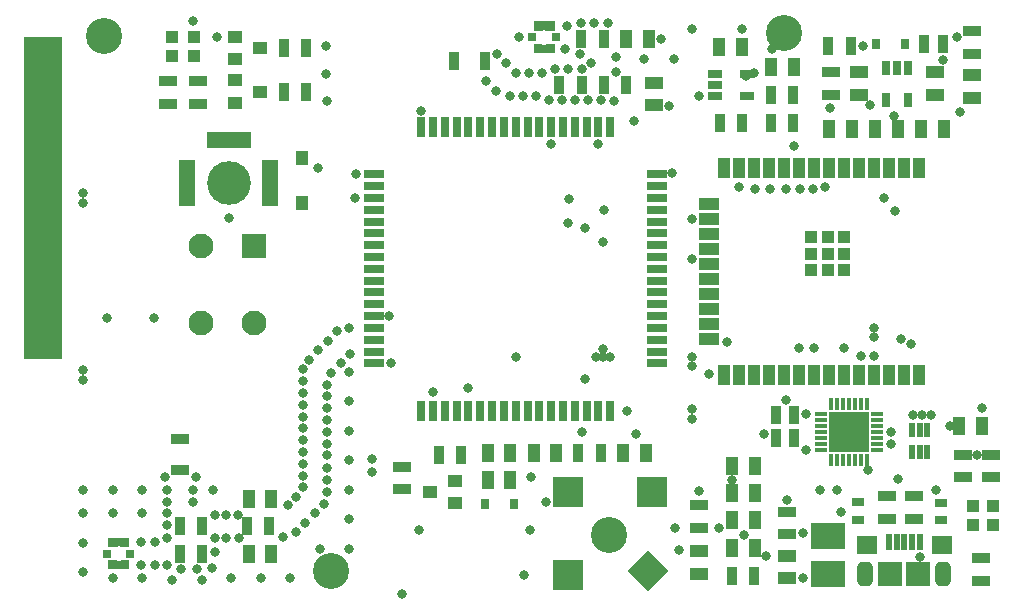
<source format=gts>
G04*
G04 #@! TF.GenerationSoftware,Altium Limited,Altium Designer,22.0.2 (36)*
G04*
G04 Layer_Color=8388736*
%FSLAX44Y44*%
%MOMM*%
G71*
G04*
G04 #@! TF.SameCoordinates,5265F303-A955-4834-83B4-5BE1E65ADB8C*
G04*
G04*
G04 #@! TF.FilePolarity,Negative*
G04*
G01*
G75*
%ADD20O,2.3000X0.6000*%
%ADD35R,1.5000X0.9000*%
%ADD51R,0.8200X1.5600*%
%ADD52R,1.5600X0.8200*%
%ADD53R,0.7000X0.7000*%
%ADD54R,0.7500X0.8000*%
%ADD55R,0.9000X1.5000*%
%ADD56R,1.1000X1.5000*%
%ADD57R,2.5000X2.5000*%
%ADD58R,2.5000X2.5000*%
%ADD59P,3.5355X4X180.0*%
%ADD60R,1.0000X1.2000*%
%ADD61R,3.8000X1.4000*%
%ADD62R,1.4000X4.0000*%
%ADD63C,3.7000*%
%ADD64R,1.5000X1.1000*%
%ADD65R,1.0000X1.0000*%
%ADD66R,1.2000X1.0500*%
%ADD67R,1.1000X1.7000*%
%ADD68R,1.7000X1.1000*%
%ADD69R,1.1000X1.1000*%
%ADD70R,0.5000X1.4500*%
%ADD71R,1.8000X1.6000*%
%ADD72R,2.1000X2.1000*%
%ADD73R,1.8000X0.8000*%
%ADD74R,0.8000X1.8000*%
%ADD75R,2.9000X2.2000*%
%ADD76C,3.0480*%
%ADD77R,0.7500X1.2000*%
%ADD78R,1.2000X0.7500*%
%ADD79R,0.3700X1.0900*%
%ADD80R,1.0900X0.3700*%
%ADD81R,3.3500X3.3500*%
%ADD82R,0.5000X1.1900*%
%ADD83R,0.7588X0.8858*%
%ADD84R,1.1000X0.8000*%
G04:AMPARAMS|DCode=85|XSize=2.1mm|YSize=1.3mm|CornerRadius=0.41mm|HoleSize=0mm|Usage=FLASHONLY|Rotation=90.000|XOffset=0mm|YOffset=0mm|HoleType=Round|Shape=RoundedRectangle|*
%AMROUNDEDRECTD85*
21,1,2.1000,0.4800,0,0,90.0*
21,1,1.2800,1.3000,0,0,90.0*
1,1,0.8200,0.2400,0.6400*
1,1,0.8200,0.2400,-0.6400*
1,1,0.8200,-0.2400,-0.6400*
1,1,0.8200,-0.2400,0.6400*
%
%ADD85ROUNDEDRECTD85*%
%ADD86C,2.1000*%
%ADD87R,2.1000X2.1000*%
%ADD88C,0.8000*%
G36*
X88500Y75300D02*
X89100Y74500D01*
X90900D01*
X91500Y75300D01*
X98900D01*
Y67500D01*
X81100D01*
Y75300D01*
X88500D01*
D02*
G37*
G36*
X98900Y94500D02*
Y86700D01*
X91500D01*
X90900Y87500D01*
X89100D01*
X88500Y86700D01*
X81100D01*
Y94500D01*
X98900D01*
D02*
G37*
G36*
X42000Y518500D02*
Y245500D01*
X10000D01*
Y518500D01*
X42000D01*
D02*
G37*
G36*
X448500Y512300D02*
X449100Y511500D01*
X450900D01*
X451500Y512300D01*
X458900D01*
Y504500D01*
X441100D01*
Y512300D01*
X448500D01*
D02*
G37*
G36*
X458900Y531500D02*
Y523700D01*
X451500D01*
X450900Y524500D01*
X449100D01*
X448500Y523700D01*
X441100D01*
Y531500D01*
X458900D01*
D02*
G37*
D20*
X24000Y404000D02*
D03*
Y388000D02*
D03*
Y380000D02*
D03*
Y372000D02*
D03*
Y396000D02*
D03*
Y500000D02*
D03*
Y444000D02*
D03*
Y452000D02*
D03*
Y460000D02*
D03*
Y468000D02*
D03*
Y476000D02*
D03*
Y484000D02*
D03*
Y492000D02*
D03*
Y364000D02*
D03*
Y356000D02*
D03*
Y348000D02*
D03*
Y292000D02*
D03*
Y300000D02*
D03*
Y308000D02*
D03*
Y316000D02*
D03*
Y276000D02*
D03*
Y284000D02*
D03*
Y332000D02*
D03*
Y340000D02*
D03*
Y324000D02*
D03*
Y268000D02*
D03*
D35*
X157000Y462000D02*
D03*
Y481000D02*
D03*
X132000Y462000D02*
D03*
Y481000D02*
D03*
X581000Y103000D02*
D03*
Y122000D02*
D03*
X812000Y523000D02*
D03*
Y504000D02*
D03*
X330000Y154500D02*
D03*
Y135500D02*
D03*
X693000Y488500D02*
D03*
Y469500D02*
D03*
X805000Y145500D02*
D03*
Y164500D02*
D03*
X828000Y145500D02*
D03*
Y164500D02*
D03*
X740000Y110500D02*
D03*
Y129500D02*
D03*
X763000Y110500D02*
D03*
Y129500D02*
D03*
X820000Y77000D02*
D03*
Y58000D02*
D03*
X656000Y97500D02*
D03*
Y116500D02*
D03*
D51*
X399900Y498000D02*
D03*
X374100D02*
D03*
D52*
X142000Y177900D02*
D03*
Y152100D02*
D03*
D53*
X440000Y518000D02*
D03*
X80000Y81000D02*
D03*
D54*
X459750Y518000D02*
D03*
X99750Y81000D02*
D03*
D55*
X141500D02*
D03*
X160500D02*
D03*
X198500Y104000D02*
D03*
X217500D02*
D03*
X141500D02*
D03*
X160500D02*
D03*
X482000Y478000D02*
D03*
X463000D02*
D03*
X500500Y517000D02*
D03*
X481500D02*
D03*
X519500Y478000D02*
D03*
X500500D02*
D03*
X248500Y509000D02*
D03*
X229500D02*
D03*
X248500Y472000D02*
D03*
X229500D02*
D03*
X646000Y198000D02*
D03*
X662000D02*
D03*
X646000Y179000D02*
D03*
X662000D02*
D03*
X788000Y512000D02*
D03*
X772000D02*
D03*
X361000Y164000D02*
D03*
X380000D02*
D03*
X479000Y166000D02*
D03*
X498000D02*
D03*
X690500Y511000D02*
D03*
X709500D02*
D03*
X661000Y469500D02*
D03*
X642000D02*
D03*
X618000Y445500D02*
D03*
X599000D02*
D03*
X661000D02*
D03*
X642000D02*
D03*
X628000Y62000D02*
D03*
X609000D02*
D03*
D56*
X219000Y127000D02*
D03*
X200000D02*
D03*
X219000Y81000D02*
D03*
X200000D02*
D03*
X519500Y517000D02*
D03*
X538500D02*
D03*
X749500Y440500D02*
D03*
X730500D02*
D03*
X691500D02*
D03*
X710500D02*
D03*
X820500Y189000D02*
D03*
X801500D02*
D03*
X402500Y166000D02*
D03*
X421500D02*
D03*
X402500Y143000D02*
D03*
X421500D02*
D03*
X460500Y166000D02*
D03*
X441500D02*
D03*
X536000D02*
D03*
X517000D02*
D03*
X661500Y492500D02*
D03*
X642500D02*
D03*
X598500Y509500D02*
D03*
X617500D02*
D03*
X609500Y86000D02*
D03*
X628500D02*
D03*
X609500Y132000D02*
D03*
X628500D02*
D03*
X609500Y155000D02*
D03*
X628500D02*
D03*
X788500Y440500D02*
D03*
X769500D02*
D03*
X609500Y109000D02*
D03*
X628500D02*
D03*
D57*
X470500Y62500D02*
D03*
D58*
X541500Y133500D02*
D03*
X470500D02*
D03*
D59*
X538000Y66000D02*
D03*
D60*
X245000Y416000D02*
D03*
Y378000D02*
D03*
D61*
X183000Y431500D02*
D03*
D62*
X218000Y395000D02*
D03*
X148000D02*
D03*
D63*
X183000Y395000D02*
D03*
D64*
X543000Y479500D02*
D03*
Y460500D02*
D03*
X812000Y467000D02*
D03*
Y486000D02*
D03*
X781000Y488500D02*
D03*
Y469500D02*
D03*
X717000Y488500D02*
D03*
Y469500D02*
D03*
X656000Y60000D02*
D03*
Y79000D02*
D03*
X581000Y83000D02*
D03*
Y64000D02*
D03*
D65*
X154000Y502000D02*
D03*
Y518000D02*
D03*
X135000Y502000D02*
D03*
Y518000D02*
D03*
X813000Y121000D02*
D03*
Y105000D02*
D03*
X830000Y121000D02*
D03*
Y105000D02*
D03*
D66*
X188500Y499500D02*
D03*
Y518500D02*
D03*
X209500Y509000D02*
D03*
X188500Y462500D02*
D03*
Y481500D02*
D03*
X209500Y472000D02*
D03*
X374500Y142500D02*
D03*
Y123500D02*
D03*
X353500Y133000D02*
D03*
D67*
X767200Y407500D02*
D03*
X754500D02*
D03*
X741800D02*
D03*
X729100D02*
D03*
X716400D02*
D03*
X703700D02*
D03*
X691000D02*
D03*
X678300D02*
D03*
X665600D02*
D03*
X652900D02*
D03*
X640200D02*
D03*
X627500D02*
D03*
X614800D02*
D03*
X602100D02*
D03*
Y232500D02*
D03*
X614800D02*
D03*
X627500D02*
D03*
X640200D02*
D03*
X652900D02*
D03*
X665600D02*
D03*
X678300D02*
D03*
X691000D02*
D03*
X703700D02*
D03*
X716400D02*
D03*
X729100D02*
D03*
X741800D02*
D03*
X754500D02*
D03*
X767200D02*
D03*
D68*
X589600Y377150D02*
D03*
Y364450D02*
D03*
Y351750D02*
D03*
Y339050D02*
D03*
Y326350D02*
D03*
Y313650D02*
D03*
Y300950D02*
D03*
Y288250D02*
D03*
Y275550D02*
D03*
Y262850D02*
D03*
D69*
X704000Y349000D02*
D03*
Y335000D02*
D03*
Y321000D02*
D03*
X690000Y349000D02*
D03*
Y335000D02*
D03*
Y321000D02*
D03*
X676000Y349000D02*
D03*
Y335000D02*
D03*
Y321000D02*
D03*
D70*
X742000Y90750D02*
D03*
X748500D02*
D03*
X755000D02*
D03*
X761500D02*
D03*
X768000D02*
D03*
D71*
X787000Y88500D02*
D03*
X723000D02*
D03*
D72*
X743000Y64000D02*
D03*
X767000D02*
D03*
D73*
X306000Y242000D02*
D03*
Y252000D02*
D03*
Y262000D02*
D03*
Y272000D02*
D03*
Y282000D02*
D03*
Y292000D02*
D03*
Y302000D02*
D03*
Y312000D02*
D03*
Y322000D02*
D03*
Y332000D02*
D03*
Y342000D02*
D03*
Y352000D02*
D03*
Y362000D02*
D03*
Y372000D02*
D03*
Y382000D02*
D03*
Y392000D02*
D03*
Y402000D02*
D03*
X546000D02*
D03*
Y392000D02*
D03*
Y382000D02*
D03*
Y372000D02*
D03*
Y362000D02*
D03*
Y352000D02*
D03*
Y342000D02*
D03*
Y332000D02*
D03*
Y322000D02*
D03*
Y312000D02*
D03*
Y302000D02*
D03*
Y292000D02*
D03*
Y282000D02*
D03*
Y272000D02*
D03*
Y262000D02*
D03*
Y252000D02*
D03*
Y242000D02*
D03*
D74*
X346000Y442000D02*
D03*
X356000D02*
D03*
X366000D02*
D03*
X376000D02*
D03*
X386000D02*
D03*
X396000D02*
D03*
X406000D02*
D03*
X416000D02*
D03*
X426000D02*
D03*
X436000D02*
D03*
X446000D02*
D03*
X456000D02*
D03*
X466000D02*
D03*
X476000D02*
D03*
X486000D02*
D03*
X496000D02*
D03*
X506000D02*
D03*
Y202000D02*
D03*
X496000D02*
D03*
X486000D02*
D03*
X476000D02*
D03*
X466000D02*
D03*
X456000D02*
D03*
X446000D02*
D03*
X436000D02*
D03*
X426000D02*
D03*
X416000D02*
D03*
X406000D02*
D03*
X396000D02*
D03*
X386000D02*
D03*
X376000D02*
D03*
X366000D02*
D03*
X356000D02*
D03*
X346000D02*
D03*
D75*
X690000Y64000D02*
D03*
Y96000D02*
D03*
D76*
X77000Y519000D02*
D03*
X270000Y66000D02*
D03*
X653000Y522000D02*
D03*
X505000Y97000D02*
D03*
D77*
X739500Y465000D02*
D03*
X758500D02*
D03*
X739500Y492000D02*
D03*
X749000D02*
D03*
X758500D02*
D03*
D78*
X621500Y468000D02*
D03*
Y487000D02*
D03*
X594500Y468000D02*
D03*
Y477500D02*
D03*
Y487000D02*
D03*
D79*
X693000Y160400D02*
D03*
X698000D02*
D03*
X703000D02*
D03*
X708000D02*
D03*
X713000D02*
D03*
X718000D02*
D03*
X723000D02*
D03*
Y207600D02*
D03*
X718000D02*
D03*
X713000D02*
D03*
X708000D02*
D03*
X703000D02*
D03*
X698000D02*
D03*
X693000D02*
D03*
D80*
X731600Y169000D02*
D03*
Y174000D02*
D03*
Y179000D02*
D03*
Y184000D02*
D03*
Y189000D02*
D03*
Y194000D02*
D03*
Y199000D02*
D03*
X684400D02*
D03*
Y194000D02*
D03*
Y189000D02*
D03*
Y184000D02*
D03*
Y179000D02*
D03*
Y174000D02*
D03*
Y169000D02*
D03*
D81*
X708000Y184000D02*
D03*
D82*
X761500Y185200D02*
D03*
X768000D02*
D03*
X774500D02*
D03*
Y166800D02*
D03*
X768000D02*
D03*
X761500D02*
D03*
D83*
X731000Y512000D02*
D03*
X755384D02*
D03*
X424192Y123000D02*
D03*
X399808D02*
D03*
D84*
X786000Y109000D02*
D03*
Y124000D02*
D03*
X716000Y109500D02*
D03*
Y124500D02*
D03*
D85*
X788000Y64000D02*
D03*
X722000D02*
D03*
D86*
X204500Y276500D02*
D03*
X159500D02*
D03*
Y341500D02*
D03*
D87*
X204500D02*
D03*
D88*
X426000Y247000D02*
D03*
X684000Y135000D02*
D03*
X750000Y144000D02*
D03*
X677832Y389761D02*
D03*
X688239Y391168D02*
D03*
X667000Y390000D02*
D03*
X655000D02*
D03*
X641000D02*
D03*
X629000D02*
D03*
X672000Y169000D02*
D03*
Y199000D02*
D03*
X744000Y174000D02*
D03*
Y184000D02*
D03*
X575000Y364000D02*
D03*
X480000Y504000D02*
D03*
X459000Y491000D02*
D03*
X470000D02*
D03*
X482000D02*
D03*
X669000Y98000D02*
D03*
X636000Y182000D02*
D03*
X669000Y60000D02*
D03*
X528000Y182000D02*
D03*
X143000Y68000D02*
D03*
X575000Y525000D02*
D03*
X560000Y500000D02*
D03*
X535000D02*
D03*
X120000Y280000D02*
D03*
X80000D02*
D03*
X285000Y235000D02*
D03*
Y210000D02*
D03*
Y185000D02*
D03*
Y160000D02*
D03*
Y135000D02*
D03*
Y110000D02*
D03*
Y85000D02*
D03*
X260000D02*
D03*
X235000Y60000D02*
D03*
X170000Y135000D02*
D03*
X60000D02*
D03*
X110000D02*
D03*
X85000D02*
D03*
X210000Y60000D02*
D03*
X185000D02*
D03*
X160000Y59000D02*
D03*
X135000D02*
D03*
X110000Y60000D02*
D03*
X85000D02*
D03*
X60000Y65000D02*
D03*
Y90000D02*
D03*
Y115000D02*
D03*
X85000D02*
D03*
X110000D02*
D03*
X504000Y530000D02*
D03*
X492000D02*
D03*
X481000D02*
D03*
X469000Y528000D02*
D03*
X511000Y501000D02*
D03*
Y489000D02*
D03*
X468000Y508000D02*
D03*
X490000Y496000D02*
D03*
X448000Y488000D02*
D03*
X437000D02*
D03*
X426000D02*
D03*
X418000Y496000D02*
D03*
X410000Y504000D02*
D03*
X401000Y481000D02*
D03*
X409000Y473000D02*
D03*
X421000Y468000D02*
D03*
X432000D02*
D03*
X443000D02*
D03*
X454000Y465000D02*
D03*
X465000D02*
D03*
X476000D02*
D03*
X487000D02*
D03*
X498000D02*
D03*
X509000Y464000D02*
D03*
X526000Y447000D02*
D03*
X171000Y82000D02*
D03*
X169000Y69000D02*
D03*
X156000Y68000D02*
D03*
X131000Y71000D02*
D03*
X121000D02*
D03*
X109000D02*
D03*
Y91000D02*
D03*
X121000D02*
D03*
X131000Y94000D02*
D03*
Y105000D02*
D03*
Y115000D02*
D03*
Y125000D02*
D03*
Y135000D02*
D03*
X129000Y146000D02*
D03*
X153000Y125000D02*
D03*
Y135000D02*
D03*
X155000Y146000D02*
D03*
X181000Y114000D02*
D03*
X191000D02*
D03*
X171000D02*
D03*
Y94000D02*
D03*
X181000D02*
D03*
X191490Y93840D02*
D03*
X229000Y95000D02*
D03*
X240000Y99000D02*
D03*
X248000Y107000D02*
D03*
X256000Y115000D02*
D03*
X264000Y123000D02*
D03*
X266000Y133000D02*
D03*
Y143000D02*
D03*
Y153000D02*
D03*
Y164000D02*
D03*
Y174000D02*
D03*
Y184000D02*
D03*
Y194000D02*
D03*
Y204000D02*
D03*
Y214000D02*
D03*
Y224000D02*
D03*
X270000Y234000D02*
D03*
X278000Y242000D02*
D03*
X286000Y250000D02*
D03*
X233000Y122000D02*
D03*
X240000Y129000D02*
D03*
X246000Y137000D02*
D03*
Y147000D02*
D03*
Y157000D02*
D03*
Y167000D02*
D03*
Y177000D02*
D03*
Y187000D02*
D03*
Y197000D02*
D03*
Y207000D02*
D03*
Y217000D02*
D03*
Y227000D02*
D03*
Y237000D02*
D03*
X251000Y245000D02*
D03*
X259000Y253000D02*
D03*
X267000Y261000D02*
D03*
X275000Y269000D02*
D03*
X285000Y272000D02*
D03*
X304000Y150000D02*
D03*
Y161000D02*
D03*
X575000Y203000D02*
D03*
Y195000D02*
D03*
Y247000D02*
D03*
Y240000D02*
D03*
Y330000D02*
D03*
X330000Y47000D02*
D03*
X60000Y236000D02*
D03*
Y386000D02*
D03*
Y228000D02*
D03*
Y378000D02*
D03*
X628000Y488000D02*
D03*
X621000Y485000D02*
D03*
X701000Y116000D02*
D03*
X494000Y247000D02*
D03*
X506000D02*
D03*
X500000Y254000D02*
D03*
Y247000D02*
D03*
Y345000D02*
D03*
X485000Y357000D02*
D03*
X605000Y260000D02*
D03*
X729000Y264000D02*
D03*
Y272000D02*
D03*
X666000Y255000D02*
D03*
X678150Y254850D02*
D03*
X704000Y255000D02*
D03*
X752000Y263000D02*
D03*
X761000Y258000D02*
D03*
X615000Y391000D02*
D03*
X692000Y458000D02*
D03*
X619000Y97000D02*
D03*
X794000Y189000D02*
D03*
X258522Y407748D02*
D03*
X438000Y101000D02*
D03*
X452000Y125000D02*
D03*
X439000Y146000D02*
D03*
X821000Y204000D02*
D03*
X638000Y79000D02*
D03*
X747000Y371000D02*
D03*
X738000Y382000D02*
D03*
X346000Y456000D02*
D03*
X266000Y464000D02*
D03*
X265000Y487000D02*
D03*
Y511000D02*
D03*
X320000Y242000D02*
D03*
X319000Y282000D02*
D03*
X726000Y461000D02*
D03*
X173500Y518500D02*
D03*
X746000Y451500D02*
D03*
X802000Y455000D02*
D03*
X788000Y499000D02*
D03*
X768000Y77875D02*
D03*
X782000Y135000D02*
D03*
X356000Y218000D02*
D03*
X564000Y84000D02*
D03*
X609500Y143500D02*
D03*
X581000Y468000D02*
D03*
X617500Y525500D02*
D03*
X429000Y518000D02*
D03*
X549000Y517000D02*
D03*
X558000Y403000D02*
D03*
X556000Y460000D02*
D03*
X496000Y428000D02*
D03*
X456000D02*
D03*
X183000Y365000D02*
D03*
X290000Y382000D02*
D03*
X291000Y402000D02*
D03*
X344290Y101050D02*
D03*
X433000Y63000D02*
D03*
X698000Y135000D02*
D03*
X724000Y152000D02*
D03*
X598000Y103000D02*
D03*
X816500Y164500D02*
D03*
X153000Y532000D02*
D03*
X643000Y508000D02*
D03*
X799500Y518500D02*
D03*
X720067Y511000D02*
D03*
X561000Y103000D02*
D03*
X482000Y184000D02*
D03*
X386000Y221000D02*
D03*
X581000Y134000D02*
D03*
X590000Y233000D02*
D03*
X520000Y202000D02*
D03*
X484624Y229000D02*
D03*
X471000Y381000D02*
D03*
X470000Y361000D02*
D03*
X501000Y372000D02*
D03*
X778000Y198000D02*
D03*
X770000D02*
D03*
X656000Y126000D02*
D03*
X729000Y248000D02*
D03*
X718000D02*
D03*
X655000Y211000D02*
D03*
X662000Y426000D02*
D03*
X762000Y198000D02*
D03*
M02*

</source>
